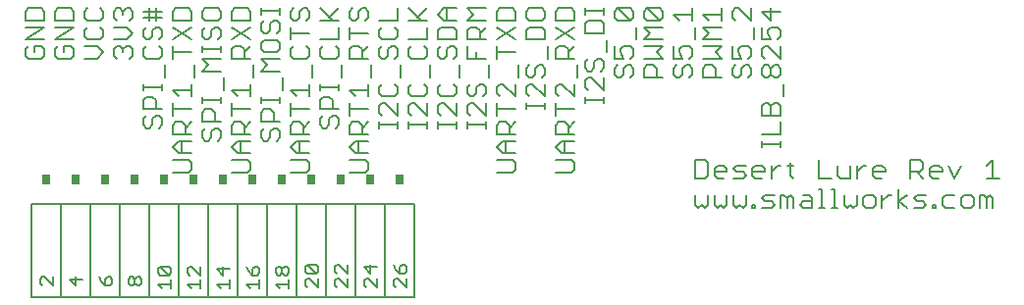
<source format=gto>
G75*
%MOIN*%
%OFA0B0*%
%FSLAX25Y25*%
%IPPOS*%
%LPD*%
%AMOC8*
5,1,8,0,0,1.08239X$1,22.5*
%
%ADD10C,0.00600*%
%ADD11C,0.00500*%
%ADD12R,0.02600X0.03200*%
D10*
X0046000Y0001300D02*
X0056000Y0001300D01*
X0066000Y0001300D01*
X0076000Y0001300D01*
X0086000Y0001300D01*
X0096000Y0001300D01*
X0106000Y0001300D01*
X0116000Y0001300D01*
X0126000Y0001300D01*
X0136000Y0001300D01*
X0146000Y0001300D01*
X0156000Y0001300D01*
X0166000Y0001300D01*
X0176000Y0001300D01*
X0176000Y0032800D01*
X0166000Y0032800D01*
X0166000Y0001300D01*
X0156000Y0001300D02*
X0156000Y0032800D01*
X0166000Y0032800D01*
X0156000Y0032800D02*
X0146000Y0032800D01*
X0146000Y0001300D01*
X0136000Y0001300D02*
X0136000Y0032800D01*
X0126000Y0032800D01*
X0126000Y0001300D01*
X0116000Y0001300D02*
X0116000Y0032800D01*
X0126000Y0032800D01*
X0136000Y0032800D02*
X0146000Y0032800D01*
X0139132Y0043590D02*
X0133795Y0043590D01*
X0139132Y0043590D02*
X0140200Y0044658D01*
X0140200Y0046793D01*
X0139132Y0047861D01*
X0133795Y0047861D01*
X0135930Y0050036D02*
X0133795Y0052171D01*
X0135930Y0054306D01*
X0140200Y0054306D01*
X0140200Y0056481D02*
X0133795Y0056481D01*
X0133795Y0059684D01*
X0134862Y0060752D01*
X0136997Y0060752D01*
X0138065Y0059684D01*
X0138065Y0056481D01*
X0138065Y0058617D02*
X0140200Y0060752D01*
X0143795Y0059698D02*
X0144862Y0058630D01*
X0145930Y0058630D01*
X0146997Y0059698D01*
X0146997Y0061833D01*
X0148065Y0062900D01*
X0149132Y0062900D01*
X0150200Y0061833D01*
X0150200Y0059698D01*
X0149132Y0058630D01*
X0153795Y0059684D02*
X0153795Y0056481D01*
X0160200Y0056481D01*
X0158065Y0056481D02*
X0158065Y0059684D01*
X0156997Y0060752D01*
X0154862Y0060752D01*
X0153795Y0059684D01*
X0153795Y0062927D02*
X0153795Y0067197D01*
X0153795Y0065062D02*
X0160200Y0065062D01*
X0163795Y0063995D02*
X0164862Y0062927D01*
X0163795Y0063995D02*
X0163795Y0066130D01*
X0164862Y0067197D01*
X0165930Y0067197D01*
X0170200Y0062927D01*
X0170200Y0067197D01*
X0169132Y0069372D02*
X0170200Y0070440D01*
X0170200Y0072575D01*
X0169132Y0073643D01*
X0171268Y0075818D02*
X0171268Y0080088D01*
X0169132Y0082263D02*
X0170200Y0083331D01*
X0170200Y0085466D01*
X0169132Y0086534D01*
X0168065Y0086534D01*
X0166997Y0085466D01*
X0166997Y0083331D01*
X0165930Y0082263D01*
X0164862Y0082263D01*
X0163795Y0083331D01*
X0163795Y0085466D01*
X0164862Y0086534D01*
X0164862Y0088709D02*
X0169132Y0088709D01*
X0170200Y0089777D01*
X0170200Y0091912D01*
X0169132Y0092979D01*
X0170200Y0095154D02*
X0170200Y0099425D01*
X0173795Y0099425D02*
X0178065Y0095154D01*
X0176997Y0096222D02*
X0180200Y0099425D01*
X0183795Y0097290D02*
X0185930Y0099425D01*
X0190200Y0099425D01*
X0186997Y0099425D02*
X0186997Y0095154D01*
X0185930Y0095154D02*
X0183795Y0097290D01*
X0185930Y0095154D02*
X0190200Y0095154D01*
X0189132Y0092979D02*
X0184862Y0092979D01*
X0183795Y0091912D01*
X0183795Y0088709D01*
X0190200Y0088709D01*
X0190200Y0091912D01*
X0189132Y0092979D01*
X0193795Y0091912D02*
X0194862Y0092979D01*
X0196997Y0092979D01*
X0198065Y0091912D01*
X0198065Y0088709D01*
X0200200Y0088709D02*
X0193795Y0088709D01*
X0193795Y0091912D01*
X0193795Y0095154D02*
X0195930Y0097290D01*
X0193795Y0099425D01*
X0200200Y0099425D01*
X0203795Y0098357D02*
X0203795Y0095154D01*
X0210200Y0095154D01*
X0210200Y0098357D01*
X0209132Y0099425D01*
X0204862Y0099425D01*
X0203795Y0098357D01*
X0200200Y0095154D02*
X0193795Y0095154D01*
X0198065Y0090844D02*
X0200200Y0092979D01*
X0203795Y0092979D02*
X0210200Y0088709D01*
X0213795Y0088709D02*
X0213795Y0091912D01*
X0214862Y0092979D01*
X0219132Y0092979D01*
X0220200Y0091912D01*
X0220200Y0088709D01*
X0213795Y0088709D01*
X0210200Y0084399D02*
X0203795Y0084399D01*
X0203795Y0086534D02*
X0203795Y0082263D01*
X0201268Y0080088D02*
X0201268Y0075818D01*
X0199132Y0073643D02*
X0200200Y0072575D01*
X0200200Y0070440D01*
X0199132Y0069372D01*
X0196997Y0070440D02*
X0195930Y0069372D01*
X0194862Y0069372D01*
X0193795Y0070440D01*
X0193795Y0072575D01*
X0194862Y0073643D01*
X0196997Y0072575D02*
X0198065Y0073643D01*
X0199132Y0073643D01*
X0196997Y0072575D02*
X0196997Y0070440D01*
X0195930Y0067197D02*
X0194862Y0067197D01*
X0193795Y0066130D01*
X0193795Y0063995D01*
X0194862Y0062927D01*
X0193795Y0060765D02*
X0193795Y0058630D01*
X0193795Y0059698D02*
X0200200Y0059698D01*
X0200200Y0060765D02*
X0200200Y0058630D01*
X0203795Y0059684D02*
X0203795Y0056481D01*
X0210200Y0056481D01*
X0208065Y0056481D02*
X0208065Y0059684D01*
X0206997Y0060752D01*
X0204862Y0060752D01*
X0203795Y0059684D01*
X0203795Y0062927D02*
X0203795Y0067197D01*
X0203795Y0065062D02*
X0210200Y0065062D01*
X0213795Y0065075D02*
X0213795Y0067211D01*
X0213795Y0066143D02*
X0220200Y0066143D01*
X0220200Y0065075D02*
X0220200Y0067211D01*
X0220200Y0069372D02*
X0215930Y0073643D01*
X0214862Y0073643D01*
X0213795Y0072575D01*
X0213795Y0070440D01*
X0214862Y0069372D01*
X0210200Y0069372D02*
X0205930Y0073643D01*
X0204862Y0073643D01*
X0203795Y0072575D01*
X0203795Y0070440D01*
X0204862Y0069372D01*
X0200200Y0067197D02*
X0200200Y0062927D01*
X0195930Y0067197D01*
X0190200Y0067197D02*
X0190200Y0062927D01*
X0185930Y0067197D01*
X0184862Y0067197D01*
X0183795Y0066130D01*
X0183795Y0063995D01*
X0184862Y0062927D01*
X0183795Y0060765D02*
X0183795Y0058630D01*
X0183795Y0059698D02*
X0190200Y0059698D01*
X0190200Y0060765D02*
X0190200Y0058630D01*
X0180200Y0058630D02*
X0180200Y0060765D01*
X0180200Y0059698D02*
X0173795Y0059698D01*
X0173795Y0060765D02*
X0173795Y0058630D01*
X0170200Y0058630D02*
X0170200Y0060765D01*
X0170200Y0059698D02*
X0163795Y0059698D01*
X0163795Y0060765D02*
X0163795Y0058630D01*
X0160200Y0060752D02*
X0158065Y0058617D01*
X0156997Y0054306D02*
X0156997Y0050036D01*
X0155930Y0050036D02*
X0160200Y0050036D01*
X0159132Y0047861D02*
X0153795Y0047861D01*
X0155930Y0050036D02*
X0153795Y0052171D01*
X0155930Y0054306D01*
X0160200Y0054306D01*
X0159132Y0047861D02*
X0160200Y0046793D01*
X0160200Y0044658D01*
X0159132Y0043590D01*
X0153795Y0043590D01*
X0140200Y0050036D02*
X0135930Y0050036D01*
X0136997Y0050036D02*
X0136997Y0054306D01*
X0143795Y0059698D02*
X0143795Y0061833D01*
X0144862Y0062900D01*
X0143795Y0065075D02*
X0143795Y0068278D01*
X0144862Y0069346D01*
X0146997Y0069346D01*
X0148065Y0068278D01*
X0148065Y0065075D01*
X0150200Y0065075D02*
X0143795Y0065075D01*
X0140200Y0065062D02*
X0133795Y0065062D01*
X0133795Y0062927D02*
X0133795Y0067197D01*
X0135930Y0069372D02*
X0133795Y0071508D01*
X0140200Y0071508D01*
X0140200Y0073643D02*
X0140200Y0069372D01*
X0143795Y0071521D02*
X0143795Y0073656D01*
X0143795Y0072589D02*
X0150200Y0072589D01*
X0150200Y0073656D02*
X0150200Y0071521D01*
X0153795Y0071508D02*
X0155930Y0069372D01*
X0153795Y0071508D02*
X0160200Y0071508D01*
X0160200Y0073643D02*
X0160200Y0069372D01*
X0163795Y0070440D02*
X0164862Y0069372D01*
X0169132Y0069372D01*
X0173795Y0070440D02*
X0174862Y0069372D01*
X0179132Y0069372D01*
X0180200Y0070440D01*
X0180200Y0072575D01*
X0179132Y0073643D01*
X0181268Y0075818D02*
X0181268Y0080088D01*
X0179132Y0082263D02*
X0180200Y0083331D01*
X0180200Y0085466D01*
X0179132Y0086534D01*
X0180200Y0088709D02*
X0173795Y0088709D01*
X0174862Y0086534D02*
X0173795Y0085466D01*
X0173795Y0083331D01*
X0174862Y0082263D01*
X0179132Y0082263D01*
X0183795Y0083331D02*
X0184862Y0082263D01*
X0185930Y0082263D01*
X0186997Y0083331D01*
X0186997Y0085466D01*
X0188065Y0086534D01*
X0189132Y0086534D01*
X0190200Y0085466D01*
X0190200Y0083331D01*
X0189132Y0082263D01*
X0191268Y0080088D02*
X0191268Y0075818D01*
X0189132Y0073643D02*
X0190200Y0072575D01*
X0190200Y0070440D01*
X0189132Y0069372D01*
X0184862Y0069372D01*
X0183795Y0070440D01*
X0183795Y0072575D01*
X0184862Y0073643D01*
X0180200Y0067197D02*
X0180200Y0062927D01*
X0175930Y0067197D01*
X0174862Y0067197D01*
X0173795Y0066130D01*
X0173795Y0063995D01*
X0174862Y0062927D01*
X0173795Y0070440D02*
X0173795Y0072575D01*
X0174862Y0073643D01*
X0164862Y0073643D02*
X0163795Y0072575D01*
X0163795Y0070440D01*
X0161268Y0075818D02*
X0161268Y0080088D01*
X0160200Y0082263D02*
X0153795Y0082263D01*
X0153795Y0085466D01*
X0154862Y0086534D01*
X0156997Y0086534D01*
X0158065Y0085466D01*
X0158065Y0082263D01*
X0158065Y0084399D02*
X0160200Y0086534D01*
X0160200Y0090844D02*
X0153795Y0090844D01*
X0153795Y0088709D02*
X0153795Y0092979D01*
X0154862Y0095154D02*
X0155930Y0095154D01*
X0156997Y0096222D01*
X0156997Y0098357D01*
X0158065Y0099425D01*
X0159132Y0099425D01*
X0160200Y0098357D01*
X0160200Y0096222D01*
X0159132Y0095154D01*
X0154862Y0095154D02*
X0153795Y0096222D01*
X0153795Y0098357D01*
X0154862Y0099425D01*
X0150200Y0099425D02*
X0146997Y0096222D01*
X0148065Y0095154D02*
X0143795Y0099425D01*
X0140200Y0098357D02*
X0140200Y0096222D01*
X0139132Y0095154D01*
X0136997Y0096222D02*
X0136997Y0098357D01*
X0138065Y0099425D01*
X0139132Y0099425D01*
X0140200Y0098357D01*
X0136997Y0096222D02*
X0135930Y0095154D01*
X0134862Y0095154D01*
X0133795Y0096222D01*
X0133795Y0098357D01*
X0134862Y0099425D01*
X0130200Y0099438D02*
X0130200Y0097303D01*
X0130200Y0098370D02*
X0123795Y0098370D01*
X0123795Y0097303D02*
X0123795Y0099438D01*
X0120200Y0098357D02*
X0119132Y0099425D01*
X0114862Y0099425D01*
X0113795Y0098357D01*
X0113795Y0095154D01*
X0120200Y0095154D01*
X0120200Y0098357D01*
X0120200Y0092979D02*
X0113795Y0088709D01*
X0114862Y0086534D02*
X0116997Y0086534D01*
X0118065Y0085466D01*
X0118065Y0082263D01*
X0120200Y0082263D02*
X0113795Y0082263D01*
X0113795Y0085466D01*
X0114862Y0086534D01*
X0118065Y0084399D02*
X0120200Y0086534D01*
X0120200Y0088709D02*
X0113795Y0092979D01*
X0110200Y0091912D02*
X0110200Y0089776D01*
X0109132Y0088709D01*
X0106997Y0089776D02*
X0105930Y0088709D01*
X0104862Y0088709D01*
X0103795Y0089776D01*
X0103795Y0091912D01*
X0104862Y0092979D01*
X0104862Y0095154D02*
X0109132Y0095154D01*
X0110200Y0096222D01*
X0110200Y0098357D01*
X0109132Y0099425D01*
X0104862Y0099425D01*
X0103795Y0098357D01*
X0103795Y0096222D01*
X0104862Y0095154D01*
X0108065Y0092979D02*
X0106997Y0091912D01*
X0106997Y0089776D01*
X0108065Y0092979D02*
X0109132Y0092979D01*
X0110200Y0091912D01*
X0110200Y0086547D02*
X0110200Y0084412D01*
X0110200Y0085479D02*
X0103795Y0085479D01*
X0103795Y0084412D02*
X0103795Y0086547D01*
X0100200Y0084399D02*
X0093795Y0084399D01*
X0093795Y0086534D02*
X0093795Y0082263D01*
X0091268Y0080088D02*
X0091268Y0075818D01*
X0090200Y0073656D02*
X0090200Y0071521D01*
X0090200Y0072589D02*
X0083795Y0072589D01*
X0083795Y0073656D02*
X0083795Y0071521D01*
X0084862Y0069346D02*
X0086997Y0069346D01*
X0088065Y0068278D01*
X0088065Y0065075D01*
X0090200Y0065075D02*
X0083795Y0065075D01*
X0083795Y0068278D01*
X0084862Y0069346D01*
X0084862Y0062900D02*
X0083795Y0061833D01*
X0083795Y0059698D01*
X0084862Y0058630D01*
X0085930Y0058630D01*
X0086997Y0059698D01*
X0086997Y0061833D01*
X0088065Y0062900D01*
X0089132Y0062900D01*
X0090200Y0061833D01*
X0090200Y0059698D01*
X0089132Y0058630D01*
X0093795Y0059684D02*
X0093795Y0056481D01*
X0100200Y0056481D01*
X0098065Y0056481D02*
X0098065Y0059684D01*
X0096997Y0060752D01*
X0094862Y0060752D01*
X0093795Y0059684D01*
X0093795Y0062927D02*
X0093795Y0067197D01*
X0093795Y0065062D02*
X0100200Y0065062D01*
X0103795Y0063981D02*
X0103795Y0060778D01*
X0110200Y0060778D01*
X0108065Y0060778D02*
X0108065Y0063981D01*
X0106997Y0065049D01*
X0104862Y0065049D01*
X0103795Y0063981D01*
X0103795Y0067224D02*
X0103795Y0069359D01*
X0103795Y0068291D02*
X0110200Y0068291D01*
X0110200Y0067224D02*
X0110200Y0069359D01*
X0111268Y0071521D02*
X0111268Y0075791D01*
X0110200Y0077966D02*
X0103795Y0077966D01*
X0105930Y0080102D01*
X0103795Y0082237D01*
X0110200Y0082237D01*
X0120200Y0073643D02*
X0120200Y0069372D01*
X0120200Y0071508D02*
X0113795Y0071508D01*
X0115930Y0069372D01*
X0113795Y0067197D02*
X0113795Y0062927D01*
X0113795Y0065062D02*
X0120200Y0065062D01*
X0123795Y0063981D02*
X0123795Y0060778D01*
X0130200Y0060778D01*
X0128065Y0060778D02*
X0128065Y0063981D01*
X0126997Y0065049D01*
X0124862Y0065049D01*
X0123795Y0063981D01*
X0123795Y0067224D02*
X0123795Y0069359D01*
X0123795Y0068291D02*
X0130200Y0068291D01*
X0130200Y0067224D02*
X0130200Y0069359D01*
X0131268Y0071521D02*
X0131268Y0075791D01*
X0130200Y0077966D02*
X0123795Y0077966D01*
X0125930Y0080102D01*
X0123795Y0082237D01*
X0130200Y0082237D01*
X0129132Y0084412D02*
X0130200Y0085479D01*
X0130200Y0087615D01*
X0129132Y0088682D01*
X0124862Y0088682D01*
X0123795Y0087615D01*
X0123795Y0085479D01*
X0124862Y0084412D01*
X0129132Y0084412D01*
X0133795Y0085466D02*
X0134862Y0086534D01*
X0133795Y0085466D02*
X0133795Y0083331D01*
X0134862Y0082263D01*
X0139132Y0082263D01*
X0140200Y0083331D01*
X0140200Y0085466D01*
X0139132Y0086534D01*
X0140200Y0090844D02*
X0133795Y0090844D01*
X0133795Y0088709D02*
X0133795Y0092979D01*
X0130200Y0091925D02*
X0129132Y0090857D01*
X0130200Y0091925D02*
X0130200Y0094060D01*
X0129132Y0095128D01*
X0128065Y0095128D01*
X0126997Y0094060D01*
X0126997Y0091925D01*
X0125930Y0090857D01*
X0124862Y0090857D01*
X0123795Y0091925D01*
X0123795Y0094060D01*
X0124862Y0095128D01*
X0121268Y0080088D02*
X0121268Y0075818D01*
X0120200Y0060752D02*
X0118065Y0058617D01*
X0118065Y0059684D02*
X0118065Y0056481D01*
X0120200Y0056481D02*
X0113795Y0056481D01*
X0113795Y0059684D01*
X0114862Y0060752D01*
X0116997Y0060752D01*
X0118065Y0059684D01*
X0116997Y0054306D02*
X0116997Y0050036D01*
X0115930Y0050036D02*
X0113795Y0052171D01*
X0115930Y0054306D01*
X0120200Y0054306D01*
X0123795Y0055401D02*
X0123795Y0057536D01*
X0124862Y0058603D01*
X0126997Y0057536D02*
X0126997Y0055401D01*
X0125930Y0054333D01*
X0124862Y0054333D01*
X0123795Y0055401D01*
X0126997Y0057536D02*
X0128065Y0058603D01*
X0129132Y0058603D01*
X0130200Y0057536D01*
X0130200Y0055401D01*
X0129132Y0054333D01*
X0120200Y0050036D02*
X0115930Y0050036D01*
X0113795Y0047861D02*
X0119132Y0047861D01*
X0120200Y0046793D01*
X0120200Y0044658D01*
X0119132Y0043590D01*
X0113795Y0043590D01*
X0116000Y0032800D02*
X0106000Y0032800D01*
X0106000Y0001300D01*
X0096000Y0001300D02*
X0096000Y0032800D01*
X0106000Y0032800D01*
X0096000Y0032800D02*
X0086000Y0032800D01*
X0076000Y0032800D01*
X0076000Y0001300D01*
X0086000Y0001300D02*
X0086000Y0032800D01*
X0076000Y0032800D02*
X0066000Y0032800D01*
X0066000Y0001300D01*
X0056000Y0001300D02*
X0056000Y0032800D01*
X0066000Y0032800D01*
X0056000Y0032800D02*
X0046000Y0032800D01*
X0046000Y0001300D01*
X0093795Y0043590D02*
X0099132Y0043590D01*
X0100200Y0044658D01*
X0100200Y0046793D01*
X0099132Y0047861D01*
X0093795Y0047861D01*
X0095930Y0050036D02*
X0093795Y0052171D01*
X0095930Y0054306D01*
X0100200Y0054306D01*
X0096997Y0054306D02*
X0096997Y0050036D01*
X0095930Y0050036D02*
X0100200Y0050036D01*
X0104862Y0054333D02*
X0105930Y0054333D01*
X0106997Y0055401D01*
X0106997Y0057536D01*
X0108065Y0058603D01*
X0109132Y0058603D01*
X0110200Y0057536D01*
X0110200Y0055401D01*
X0109132Y0054333D01*
X0104862Y0054333D02*
X0103795Y0055401D01*
X0103795Y0057536D01*
X0104862Y0058603D01*
X0100200Y0060752D02*
X0098065Y0058617D01*
X0100200Y0069372D02*
X0100200Y0073643D01*
X0100200Y0071508D02*
X0093795Y0071508D01*
X0095930Y0069372D01*
X0101268Y0075818D02*
X0101268Y0080088D01*
X0100200Y0088709D02*
X0093795Y0092979D01*
X0093795Y0095154D02*
X0093795Y0098357D01*
X0094862Y0099425D01*
X0099132Y0099425D01*
X0100200Y0098357D01*
X0100200Y0095154D01*
X0093795Y0095154D01*
X0090200Y0096222D02*
X0083795Y0096222D01*
X0083795Y0098357D02*
X0090200Y0098357D01*
X0088065Y0099425D02*
X0088065Y0095154D01*
X0085930Y0095154D02*
X0085930Y0098357D01*
X0085930Y0099425D01*
X0080200Y0098357D02*
X0080200Y0096222D01*
X0079132Y0095154D01*
X0078065Y0092979D02*
X0080200Y0090844D01*
X0078065Y0088709D01*
X0073795Y0088709D01*
X0074862Y0086534D02*
X0073795Y0085466D01*
X0073795Y0083331D01*
X0074862Y0082263D01*
X0076997Y0084399D02*
X0076997Y0085466D01*
X0078065Y0086534D01*
X0079132Y0086534D01*
X0080200Y0085466D01*
X0080200Y0083331D01*
X0079132Y0082263D01*
X0076997Y0085466D02*
X0075930Y0086534D01*
X0074862Y0086534D01*
X0070200Y0084399D02*
X0068065Y0082263D01*
X0063795Y0082263D01*
X0060200Y0083331D02*
X0060200Y0085466D01*
X0059132Y0086534D01*
X0056997Y0086534D01*
X0056997Y0084399D01*
X0054862Y0086534D02*
X0053795Y0085466D01*
X0053795Y0083331D01*
X0054862Y0082263D01*
X0059132Y0082263D01*
X0060200Y0083331D01*
X0063795Y0086534D02*
X0068065Y0086534D01*
X0070200Y0084399D01*
X0069132Y0088709D02*
X0064862Y0088709D01*
X0063795Y0089777D01*
X0063795Y0091912D01*
X0064862Y0092979D01*
X0064862Y0095154D02*
X0069132Y0095154D01*
X0070200Y0096222D01*
X0070200Y0098357D01*
X0069132Y0099425D01*
X0064862Y0099425D02*
X0063795Y0098357D01*
X0063795Y0096222D01*
X0064862Y0095154D01*
X0060200Y0095154D02*
X0060200Y0098357D01*
X0059132Y0099425D01*
X0054862Y0099425D01*
X0053795Y0098357D01*
X0053795Y0095154D01*
X0060200Y0095154D01*
X0060200Y0092979D02*
X0053795Y0092979D01*
X0050200Y0092979D02*
X0043795Y0092979D01*
X0043795Y0095154D02*
X0043795Y0098357D01*
X0044862Y0099425D01*
X0049132Y0099425D01*
X0050200Y0098357D01*
X0050200Y0095154D01*
X0043795Y0095154D01*
X0043795Y0088709D02*
X0050200Y0092979D01*
X0050200Y0088709D02*
X0043795Y0088709D01*
X0044862Y0086534D02*
X0043795Y0085466D01*
X0043795Y0083331D01*
X0044862Y0082263D01*
X0049132Y0082263D01*
X0050200Y0083331D01*
X0050200Y0085466D01*
X0049132Y0086534D01*
X0046997Y0086534D01*
X0046997Y0084399D01*
X0053795Y0088709D02*
X0060200Y0092979D01*
X0060200Y0088709D02*
X0053795Y0088709D01*
X0069132Y0088709D02*
X0070200Y0089777D01*
X0070200Y0091912D01*
X0069132Y0092979D01*
X0073795Y0092979D02*
X0078065Y0092979D01*
X0074862Y0095154D02*
X0073795Y0096222D01*
X0073795Y0098357D01*
X0074862Y0099425D01*
X0075930Y0099425D01*
X0076997Y0098357D01*
X0078065Y0099425D01*
X0079132Y0099425D01*
X0080200Y0098357D01*
X0076997Y0098357D02*
X0076997Y0097290D01*
X0083795Y0091912D02*
X0083795Y0089777D01*
X0084862Y0088709D01*
X0085930Y0088709D01*
X0086997Y0089777D01*
X0086997Y0091912D01*
X0088065Y0092979D01*
X0089132Y0092979D01*
X0090200Y0091912D01*
X0090200Y0089777D01*
X0089132Y0088709D01*
X0089132Y0086534D02*
X0090200Y0085466D01*
X0090200Y0083331D01*
X0089132Y0082263D01*
X0084862Y0082263D01*
X0083795Y0083331D01*
X0083795Y0085466D01*
X0084862Y0086534D01*
X0083795Y0091912D02*
X0084862Y0092979D01*
X0093795Y0088709D02*
X0100200Y0092979D01*
X0141268Y0080088D02*
X0141268Y0075818D01*
X0144862Y0082263D02*
X0149132Y0082263D01*
X0150200Y0083331D01*
X0150200Y0085466D01*
X0149132Y0086534D01*
X0150200Y0088709D02*
X0150200Y0092979D01*
X0150200Y0095154D02*
X0143795Y0095154D01*
X0143795Y0088709D02*
X0150200Y0088709D01*
X0144862Y0086534D02*
X0143795Y0085466D01*
X0143795Y0083331D01*
X0144862Y0082263D01*
X0151268Y0080088D02*
X0151268Y0075818D01*
X0164862Y0088709D02*
X0163795Y0089777D01*
X0163795Y0091912D01*
X0164862Y0092979D01*
X0163795Y0095154D02*
X0170200Y0095154D01*
X0173795Y0095154D02*
X0180200Y0095154D01*
X0180200Y0092979D02*
X0180200Y0088709D01*
X0183795Y0085466D02*
X0183795Y0083331D01*
X0183795Y0085466D02*
X0184862Y0086534D01*
X0193795Y0086534D02*
X0193795Y0082263D01*
X0200200Y0082263D01*
X0196997Y0082263D02*
X0196997Y0084399D01*
X0203795Y0088709D02*
X0210200Y0092979D01*
X0213795Y0096222D02*
X0214862Y0095154D01*
X0219132Y0095154D01*
X0220200Y0096222D01*
X0220200Y0098357D01*
X0219132Y0099425D01*
X0214862Y0099425D01*
X0213795Y0098357D01*
X0213795Y0096222D01*
X0223795Y0095154D02*
X0223795Y0098357D01*
X0224862Y0099425D01*
X0229132Y0099425D01*
X0230200Y0098357D01*
X0230200Y0095154D01*
X0223795Y0095154D01*
X0223795Y0092979D02*
X0230200Y0088709D01*
X0230200Y0086534D02*
X0228065Y0084399D01*
X0228065Y0085466D02*
X0228065Y0082263D01*
X0230200Y0082263D02*
X0223795Y0082263D01*
X0223795Y0085466D01*
X0224862Y0086534D01*
X0226997Y0086534D01*
X0228065Y0085466D01*
X0223795Y0088709D02*
X0230200Y0092979D01*
X0233795Y0094060D02*
X0233795Y0090857D01*
X0240200Y0090857D01*
X0240200Y0094060D01*
X0239132Y0095128D01*
X0234862Y0095128D01*
X0233795Y0094060D01*
X0233795Y0097303D02*
X0233795Y0099438D01*
X0233795Y0098371D02*
X0240200Y0098371D01*
X0240200Y0099438D02*
X0240200Y0097303D01*
X0243795Y0098357D02*
X0244862Y0099425D01*
X0249132Y0095154D01*
X0250200Y0096222D01*
X0250200Y0098357D01*
X0249132Y0099425D01*
X0244862Y0099425D01*
X0243795Y0098357D02*
X0243795Y0096222D01*
X0244862Y0095154D01*
X0249132Y0095154D01*
X0251268Y0092979D02*
X0251268Y0088709D01*
X0253795Y0088709D02*
X0255930Y0090844D01*
X0253795Y0092979D01*
X0260200Y0092979D01*
X0259132Y0095154D02*
X0254862Y0099425D01*
X0259132Y0099425D01*
X0260200Y0098357D01*
X0260200Y0096222D01*
X0259132Y0095154D01*
X0254862Y0095154D01*
X0253795Y0096222D01*
X0253795Y0098357D01*
X0254862Y0099425D01*
X0263795Y0097290D02*
X0270200Y0097290D01*
X0270200Y0099425D02*
X0270200Y0095154D01*
X0271268Y0092979D02*
X0271268Y0088709D01*
X0273795Y0088709D02*
X0275930Y0090844D01*
X0273795Y0092979D01*
X0280200Y0092979D01*
X0280200Y0095154D02*
X0280200Y0099425D01*
X0280200Y0097290D02*
X0273795Y0097290D01*
X0275930Y0095154D01*
X0273795Y0088709D02*
X0280200Y0088709D01*
X0280200Y0086534D02*
X0273795Y0086534D01*
X0270200Y0085466D02*
X0270200Y0083331D01*
X0269132Y0082263D01*
X0266997Y0082263D02*
X0265930Y0084399D01*
X0265930Y0085466D01*
X0266997Y0086534D01*
X0269132Y0086534D01*
X0270200Y0085466D01*
X0266997Y0082263D02*
X0263795Y0082263D01*
X0263795Y0086534D01*
X0260200Y0086534D02*
X0253795Y0086534D01*
X0253795Y0088709D02*
X0260200Y0088709D01*
X0260200Y0086534D02*
X0258065Y0084399D01*
X0260200Y0082263D01*
X0253795Y0082263D01*
X0254862Y0080088D02*
X0253795Y0079021D01*
X0253795Y0075818D01*
X0260200Y0075818D01*
X0258065Y0075818D02*
X0258065Y0079021D01*
X0256997Y0080088D01*
X0254862Y0080088D01*
X0250200Y0079021D02*
X0250200Y0076886D01*
X0249132Y0075818D01*
X0246997Y0076886D02*
X0246997Y0079021D01*
X0248065Y0080088D01*
X0249132Y0080088D01*
X0250200Y0079021D01*
X0249132Y0082263D02*
X0250200Y0083331D01*
X0250200Y0085466D01*
X0249132Y0086534D01*
X0246997Y0086534D01*
X0245930Y0085466D01*
X0245930Y0084399D01*
X0246997Y0082263D01*
X0243795Y0082263D01*
X0243795Y0086534D01*
X0241268Y0084412D02*
X0241268Y0088682D01*
X0239132Y0082237D02*
X0238065Y0082237D01*
X0236997Y0081169D01*
X0236997Y0079034D01*
X0235930Y0077966D01*
X0234862Y0077966D01*
X0233795Y0079034D01*
X0233795Y0081169D01*
X0234862Y0082237D01*
X0231268Y0080088D02*
X0231268Y0075818D01*
X0230200Y0073643D02*
X0230200Y0069372D01*
X0225930Y0073643D01*
X0224862Y0073643D01*
X0223795Y0072575D01*
X0223795Y0070440D01*
X0224862Y0069372D01*
X0223795Y0067197D02*
X0223795Y0062927D01*
X0223795Y0065062D02*
X0230200Y0065062D01*
X0233795Y0067224D02*
X0233795Y0069359D01*
X0233795Y0068292D02*
X0240200Y0068292D01*
X0240200Y0069359D02*
X0240200Y0067224D01*
X0240200Y0071521D02*
X0235930Y0075791D01*
X0234862Y0075791D01*
X0233795Y0074724D01*
X0233795Y0072589D01*
X0234862Y0071521D01*
X0240200Y0071521D02*
X0240200Y0075791D01*
X0239132Y0077966D02*
X0240200Y0079034D01*
X0240200Y0081169D01*
X0239132Y0082237D01*
X0243795Y0079021D02*
X0243795Y0076886D01*
X0244862Y0075818D01*
X0245930Y0075818D01*
X0246997Y0076886D01*
X0244862Y0080088D02*
X0243795Y0079021D01*
X0263795Y0079021D02*
X0263795Y0076886D01*
X0264862Y0075818D01*
X0265930Y0075818D01*
X0266997Y0076886D01*
X0266997Y0079021D01*
X0268065Y0080088D01*
X0269132Y0080088D01*
X0270200Y0079021D01*
X0270200Y0076886D01*
X0269132Y0075818D01*
X0264862Y0080088D02*
X0263795Y0079021D01*
X0273795Y0079021D02*
X0273795Y0075818D01*
X0280200Y0075818D01*
X0278065Y0075818D02*
X0278065Y0079021D01*
X0276997Y0080088D01*
X0274862Y0080088D01*
X0273795Y0079021D01*
X0273795Y0082263D02*
X0280200Y0082263D01*
X0278065Y0084399D01*
X0280200Y0086534D01*
X0283795Y0086534D02*
X0283795Y0082263D01*
X0286997Y0082263D01*
X0285930Y0084399D01*
X0285930Y0085466D01*
X0286997Y0086534D01*
X0289132Y0086534D01*
X0290200Y0085466D01*
X0290200Y0083331D01*
X0289132Y0082263D01*
X0289132Y0080088D02*
X0290200Y0079021D01*
X0290200Y0076886D01*
X0289132Y0075818D01*
X0286997Y0076886D02*
X0285930Y0075818D01*
X0284862Y0075818D01*
X0283795Y0076886D01*
X0283795Y0079021D01*
X0284862Y0080088D01*
X0286997Y0079021D02*
X0288065Y0080088D01*
X0289132Y0080088D01*
X0286997Y0079021D02*
X0286997Y0076886D01*
X0293795Y0076885D02*
X0294862Y0075818D01*
X0295930Y0075818D01*
X0296997Y0076885D01*
X0296997Y0079021D01*
X0298065Y0080088D01*
X0299132Y0080088D01*
X0300200Y0079021D01*
X0300200Y0076885D01*
X0299132Y0075818D01*
X0298065Y0075818D01*
X0296997Y0076885D01*
X0296997Y0079021D02*
X0295930Y0080088D01*
X0294862Y0080088D01*
X0293795Y0079021D01*
X0293795Y0076885D01*
X0294862Y0082263D02*
X0293795Y0083331D01*
X0293795Y0085466D01*
X0294862Y0086534D01*
X0295930Y0086534D01*
X0300200Y0082263D01*
X0300200Y0086534D01*
X0299132Y0088709D02*
X0300200Y0089776D01*
X0300200Y0091912D01*
X0299132Y0092979D01*
X0296997Y0092979D01*
X0295930Y0091912D01*
X0295930Y0090844D01*
X0296997Y0088709D01*
X0293795Y0088709D01*
X0293795Y0092979D01*
X0291268Y0092979D02*
X0291268Y0088709D01*
X0290200Y0095154D02*
X0285930Y0099425D01*
X0284862Y0099425D01*
X0283795Y0098357D01*
X0283795Y0096222D01*
X0284862Y0095154D01*
X0290200Y0095154D02*
X0290200Y0099425D01*
X0293795Y0098357D02*
X0296997Y0095154D01*
X0296997Y0099425D01*
X0293795Y0098357D02*
X0300200Y0098357D01*
X0301268Y0073643D02*
X0301268Y0069372D01*
X0299132Y0067197D02*
X0300200Y0066130D01*
X0300200Y0062927D01*
X0293795Y0062927D01*
X0293795Y0066130D01*
X0294862Y0067197D01*
X0295930Y0067197D01*
X0296997Y0066130D01*
X0296997Y0062927D01*
X0296997Y0066130D02*
X0298065Y0067197D01*
X0299132Y0067197D01*
X0300200Y0060752D02*
X0300200Y0056481D01*
X0293795Y0056481D01*
X0293795Y0054320D02*
X0293795Y0052184D01*
X0293795Y0053252D02*
X0300200Y0053252D01*
X0300200Y0052184D02*
X0300200Y0054320D01*
X0303521Y0046938D02*
X0303521Y0042668D01*
X0304588Y0041600D01*
X0304588Y0045870D02*
X0302453Y0045870D01*
X0300285Y0045870D02*
X0299217Y0045870D01*
X0297082Y0043735D01*
X0297082Y0041600D02*
X0297082Y0045870D01*
X0294907Y0044803D02*
X0294907Y0043735D01*
X0290636Y0043735D01*
X0290636Y0042668D02*
X0290636Y0044803D01*
X0291704Y0045870D01*
X0293839Y0045870D01*
X0294907Y0044803D01*
X0293839Y0041600D02*
X0291704Y0041600D01*
X0290636Y0042668D01*
X0288461Y0042668D02*
X0287394Y0043735D01*
X0285259Y0043735D01*
X0284191Y0044803D01*
X0285259Y0045870D01*
X0288461Y0045870D01*
X0288461Y0042668D02*
X0287394Y0041600D01*
X0284191Y0041600D01*
X0282016Y0043735D02*
X0277745Y0043735D01*
X0277745Y0042668D02*
X0277745Y0044803D01*
X0278813Y0045870D01*
X0280948Y0045870D01*
X0282016Y0044803D01*
X0282016Y0043735D01*
X0280948Y0041600D02*
X0278813Y0041600D01*
X0277745Y0042668D01*
X0275570Y0042668D02*
X0275570Y0046938D01*
X0274503Y0048005D01*
X0271300Y0048005D01*
X0271300Y0041600D01*
X0274503Y0041600D01*
X0275570Y0042668D01*
X0275570Y0035870D02*
X0275570Y0032668D01*
X0274503Y0031600D01*
X0273435Y0032668D01*
X0272368Y0031600D01*
X0271300Y0032668D01*
X0271300Y0035870D01*
X0277745Y0035870D02*
X0277745Y0032668D01*
X0278813Y0031600D01*
X0279881Y0032668D01*
X0280948Y0031600D01*
X0282016Y0032668D01*
X0282016Y0035870D01*
X0284191Y0035870D02*
X0284191Y0032668D01*
X0285259Y0031600D01*
X0286326Y0032668D01*
X0287394Y0031600D01*
X0288461Y0032668D01*
X0288461Y0035870D01*
X0290636Y0032668D02*
X0291704Y0032668D01*
X0291704Y0031600D01*
X0290636Y0031600D01*
X0290636Y0032668D01*
X0293859Y0031600D02*
X0297062Y0031600D01*
X0298130Y0032668D01*
X0297062Y0033735D01*
X0294927Y0033735D01*
X0293859Y0034803D01*
X0294927Y0035870D01*
X0298130Y0035870D01*
X0300305Y0035870D02*
X0301372Y0035870D01*
X0302440Y0034803D01*
X0303507Y0035870D01*
X0304575Y0034803D01*
X0304575Y0031600D01*
X0302440Y0031600D02*
X0302440Y0034803D01*
X0300305Y0035870D02*
X0300305Y0031600D01*
X0306750Y0032668D02*
X0307818Y0031600D01*
X0311021Y0031600D01*
X0311021Y0034803D01*
X0309953Y0035870D01*
X0307818Y0035870D01*
X0307818Y0033735D02*
X0311021Y0033735D01*
X0313196Y0031600D02*
X0315331Y0031600D01*
X0314263Y0031600D02*
X0314263Y0038005D01*
X0313196Y0038005D01*
X0317493Y0038005D02*
X0318560Y0038005D01*
X0318560Y0031600D01*
X0317493Y0031600D02*
X0319628Y0031600D01*
X0321790Y0032668D02*
X0322857Y0031600D01*
X0323925Y0032668D01*
X0324992Y0031600D01*
X0326060Y0032668D01*
X0326060Y0035870D01*
X0328235Y0034803D02*
X0328235Y0032668D01*
X0329303Y0031600D01*
X0331438Y0031600D01*
X0332506Y0032668D01*
X0332506Y0034803D01*
X0331438Y0035870D01*
X0329303Y0035870D01*
X0328235Y0034803D01*
X0321790Y0035870D02*
X0321790Y0032668D01*
X0320709Y0041600D02*
X0319641Y0042668D01*
X0319641Y0045870D01*
X0323912Y0045870D02*
X0323912Y0041600D01*
X0320709Y0041600D01*
X0317466Y0041600D02*
X0313196Y0041600D01*
X0313196Y0048005D01*
X0326087Y0045870D02*
X0326087Y0041600D01*
X0326087Y0043735D02*
X0328222Y0045870D01*
X0329289Y0045870D01*
X0331458Y0044803D02*
X0332526Y0045870D01*
X0334661Y0045870D01*
X0335728Y0044803D01*
X0335728Y0043735D01*
X0331458Y0043735D01*
X0331458Y0042668D02*
X0331458Y0044803D01*
X0331458Y0042668D02*
X0332526Y0041600D01*
X0334661Y0041600D01*
X0334681Y0035870D02*
X0334681Y0031600D01*
X0334681Y0033735D02*
X0336816Y0035870D01*
X0337883Y0035870D01*
X0340052Y0033735D02*
X0343255Y0035870D01*
X0345423Y0034803D02*
X0346491Y0035870D01*
X0349694Y0035870D01*
X0348626Y0033735D02*
X0346491Y0033735D01*
X0345423Y0034803D01*
X0345423Y0031600D02*
X0348626Y0031600D01*
X0349694Y0032668D01*
X0348626Y0033735D01*
X0351869Y0032668D02*
X0352936Y0032668D01*
X0352936Y0031600D01*
X0351869Y0031600D01*
X0351869Y0032668D01*
X0355091Y0032668D02*
X0356159Y0031600D01*
X0359362Y0031600D01*
X0361537Y0032668D02*
X0362605Y0031600D01*
X0364740Y0031600D01*
X0365807Y0032668D01*
X0365807Y0034803D01*
X0364740Y0035870D01*
X0362605Y0035870D01*
X0361537Y0034803D01*
X0361537Y0032668D01*
X0359362Y0035870D02*
X0356159Y0035870D01*
X0355091Y0034803D01*
X0355091Y0032668D01*
X0353997Y0041600D02*
X0351862Y0041600D01*
X0350794Y0042668D01*
X0350794Y0044803D01*
X0351862Y0045870D01*
X0353997Y0045870D01*
X0355065Y0044803D01*
X0355065Y0043735D01*
X0350794Y0043735D01*
X0348619Y0044803D02*
X0347552Y0043735D01*
X0344349Y0043735D01*
X0344349Y0041600D02*
X0344349Y0048005D01*
X0347552Y0048005D01*
X0348619Y0046938D01*
X0348619Y0044803D01*
X0346484Y0043735D02*
X0348619Y0041600D01*
X0357240Y0045870D02*
X0359375Y0041600D01*
X0361510Y0045870D01*
X0370131Y0045870D02*
X0372266Y0048005D01*
X0372266Y0041600D01*
X0370131Y0041600D02*
X0374401Y0041600D01*
X0371185Y0035870D02*
X0372253Y0034803D01*
X0372253Y0031600D01*
X0370118Y0031600D02*
X0370118Y0034803D01*
X0371185Y0035870D01*
X0370118Y0034803D02*
X0369050Y0035870D01*
X0367982Y0035870D01*
X0367982Y0031600D01*
X0343255Y0031600D02*
X0340052Y0033735D01*
X0340052Y0031600D02*
X0340052Y0038005D01*
X0307818Y0033735D02*
X0306750Y0032668D01*
X0265930Y0095154D02*
X0263795Y0097290D01*
X0221268Y0086534D02*
X0221268Y0082263D01*
X0219132Y0080088D02*
X0220200Y0079021D01*
X0220200Y0076886D01*
X0219132Y0075818D01*
X0216997Y0076886D02*
X0216997Y0079021D01*
X0218065Y0080088D01*
X0219132Y0080088D01*
X0216997Y0076886D02*
X0215930Y0075818D01*
X0214862Y0075818D01*
X0213795Y0076886D01*
X0213795Y0079021D01*
X0214862Y0080088D01*
X0211268Y0080088D02*
X0211268Y0075818D01*
X0210200Y0073643D02*
X0210200Y0069372D01*
X0210200Y0060752D02*
X0208065Y0058617D01*
X0206997Y0054306D02*
X0206997Y0050036D01*
X0205930Y0050036D02*
X0203795Y0052171D01*
X0205930Y0054306D01*
X0210200Y0054306D01*
X0210200Y0050036D02*
X0205930Y0050036D01*
X0203795Y0047861D02*
X0209132Y0047861D01*
X0210200Y0046793D01*
X0210200Y0044658D01*
X0209132Y0043590D01*
X0203795Y0043590D01*
X0223795Y0043590D02*
X0229132Y0043590D01*
X0230200Y0044658D01*
X0230200Y0046793D01*
X0229132Y0047861D01*
X0223795Y0047861D01*
X0225930Y0050036D02*
X0223795Y0052171D01*
X0225930Y0054306D01*
X0230200Y0054306D01*
X0230200Y0056481D02*
X0223795Y0056481D01*
X0223795Y0059684D01*
X0224862Y0060752D01*
X0226997Y0060752D01*
X0228065Y0059684D01*
X0228065Y0056481D01*
X0228065Y0058617D02*
X0230200Y0060752D01*
X0226997Y0054306D02*
X0226997Y0050036D01*
X0225930Y0050036D02*
X0230200Y0050036D01*
X0220200Y0069372D02*
X0220200Y0073643D01*
D11*
X0172499Y0012156D02*
X0171749Y0012156D01*
X0170998Y0011406D01*
X0170998Y0009154D01*
X0172499Y0009154D01*
X0173250Y0009905D01*
X0173250Y0011406D01*
X0172499Y0012156D01*
X0169497Y0010655D02*
X0170998Y0009154D01*
X0170247Y0007553D02*
X0169497Y0007553D01*
X0168746Y0006802D01*
X0168746Y0005301D01*
X0169497Y0004550D01*
X0170247Y0007553D02*
X0173250Y0004550D01*
X0173250Y0007553D01*
X0169497Y0010655D02*
X0168746Y0012156D01*
X0163250Y0011406D02*
X0158746Y0011406D01*
X0160998Y0009154D01*
X0160998Y0012156D01*
X0160247Y0007553D02*
X0159497Y0007553D01*
X0158746Y0006802D01*
X0158746Y0005301D01*
X0159497Y0004550D01*
X0160247Y0007553D02*
X0163250Y0004550D01*
X0163250Y0007553D01*
X0153250Y0007553D02*
X0153250Y0004550D01*
X0150247Y0007553D01*
X0149497Y0007553D01*
X0148746Y0006802D01*
X0148746Y0005301D01*
X0149497Y0004550D01*
X0149497Y0009154D02*
X0148746Y0009905D01*
X0148746Y0011406D01*
X0149497Y0012156D01*
X0150247Y0012156D01*
X0153250Y0009154D01*
X0153250Y0012156D01*
X0143250Y0011406D02*
X0143250Y0009905D01*
X0142499Y0009154D01*
X0139497Y0012156D01*
X0142499Y0012156D01*
X0143250Y0011406D01*
X0142499Y0009154D02*
X0139497Y0009154D01*
X0138746Y0009905D01*
X0138746Y0011406D01*
X0139497Y0012156D01*
X0139497Y0007553D02*
X0138746Y0006802D01*
X0138746Y0005301D01*
X0139497Y0004550D01*
X0139497Y0007553D02*
X0140247Y0007553D01*
X0143250Y0004550D01*
X0143250Y0007553D01*
X0133250Y0007053D02*
X0133250Y0004050D01*
X0133250Y0005551D02*
X0128746Y0005551D01*
X0130247Y0004050D01*
X0130247Y0008654D02*
X0129497Y0008654D01*
X0128746Y0009405D01*
X0128746Y0010906D01*
X0129497Y0011656D01*
X0130247Y0011656D01*
X0130998Y0010906D01*
X0130998Y0009405D01*
X0130247Y0008654D01*
X0130998Y0009405D02*
X0131749Y0008654D01*
X0132499Y0008654D01*
X0133250Y0009405D01*
X0133250Y0010906D01*
X0132499Y0011656D01*
X0131749Y0011656D01*
X0130998Y0010906D01*
X0123250Y0010906D02*
X0123250Y0009405D01*
X0122499Y0008654D01*
X0120998Y0008654D01*
X0120998Y0010906D01*
X0121749Y0011656D01*
X0122499Y0011656D01*
X0123250Y0010906D01*
X0120998Y0008654D02*
X0119497Y0010155D01*
X0118746Y0011656D01*
X0123250Y0007053D02*
X0123250Y0004050D01*
X0123250Y0005551D02*
X0118746Y0005551D01*
X0120247Y0004050D01*
X0113250Y0004050D02*
X0113250Y0007053D01*
X0113250Y0005551D02*
X0108746Y0005551D01*
X0110247Y0004050D01*
X0110998Y0008654D02*
X0110998Y0011656D01*
X0113250Y0010906D02*
X0108746Y0010906D01*
X0110998Y0008654D01*
X0103250Y0008654D02*
X0100247Y0011656D01*
X0099497Y0011656D01*
X0098746Y0010906D01*
X0098746Y0009405D01*
X0099497Y0008654D01*
X0098746Y0005551D02*
X0103250Y0005551D01*
X0103250Y0004050D02*
X0103250Y0007053D01*
X0103250Y0008654D02*
X0103250Y0011656D01*
X0098746Y0005551D02*
X0100247Y0004050D01*
X0093250Y0004050D02*
X0093250Y0007053D01*
X0093250Y0005551D02*
X0088746Y0005551D01*
X0090247Y0004050D01*
X0089497Y0008654D02*
X0088746Y0009405D01*
X0088746Y0010906D01*
X0089497Y0011656D01*
X0092499Y0008654D01*
X0093250Y0009405D01*
X0093250Y0010906D01*
X0092499Y0011656D01*
X0089497Y0011656D01*
X0089497Y0008654D02*
X0092499Y0008654D01*
X0083250Y0007302D02*
X0083250Y0005801D01*
X0082499Y0005050D01*
X0081749Y0005050D01*
X0080998Y0005801D01*
X0080998Y0007302D01*
X0081749Y0008053D01*
X0082499Y0008053D01*
X0083250Y0007302D01*
X0080998Y0007302D02*
X0080247Y0008053D01*
X0079497Y0008053D01*
X0078746Y0007302D01*
X0078746Y0005801D01*
X0079497Y0005050D01*
X0080247Y0005050D01*
X0080998Y0005801D01*
X0073250Y0005801D02*
X0073250Y0007302D01*
X0072499Y0008053D01*
X0071749Y0008053D01*
X0070998Y0007302D01*
X0070998Y0005050D01*
X0072499Y0005050D01*
X0073250Y0005801D01*
X0070998Y0005050D02*
X0069497Y0006551D01*
X0068746Y0008053D01*
X0063250Y0007302D02*
X0058746Y0007302D01*
X0060998Y0005050D01*
X0060998Y0008053D01*
X0053250Y0008053D02*
X0053250Y0005050D01*
X0050247Y0008053D01*
X0049497Y0008053D01*
X0048746Y0007302D01*
X0048746Y0005801D01*
X0049497Y0005050D01*
D12*
X0051000Y0041300D03*
X0061000Y0041300D03*
X0071000Y0041300D03*
X0081000Y0041300D03*
X0091000Y0041300D03*
X0101000Y0041300D03*
X0111000Y0041300D03*
X0121000Y0041300D03*
X0131000Y0041300D03*
X0141000Y0041300D03*
X0151000Y0041300D03*
X0161000Y0041300D03*
X0171000Y0041300D03*
M02*

</source>
